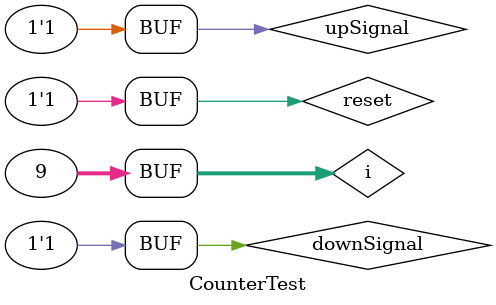
<source format=v>

module CounterTest ();
    reg upSignal ; 
    reg downSignal ; 
    reg reset ; 
    wire [2:0] stateOutput ;     

    Counter counterUT(
        .upSignal(upSignal) , 
        .downSignal(downSignal), 
        .reset(reset) , 
        .stateOutput(stateOutput)
    ); 
    integer i ; 
    initial begin
        reset = 0 ;
        upSignal = 1 ; 
        downSignal = 1 ;  
        #10 ;
        reset = 1 ;


        for (i  = 0 ; i < 9 ; i = i+1 ) begin ///  8 times to make test correct 
            upSignal = 0 ; #5 ;
            upSignal = 1 ; #5 ;     
        end

        for (i  = 0 ; i < 9 ; i = i+1 ) begin  
            downSignal = 0 ; 
            #5 ;
            downSignal = 1 ; 
            #5 ;      
        end
    end

endmodule


</source>
